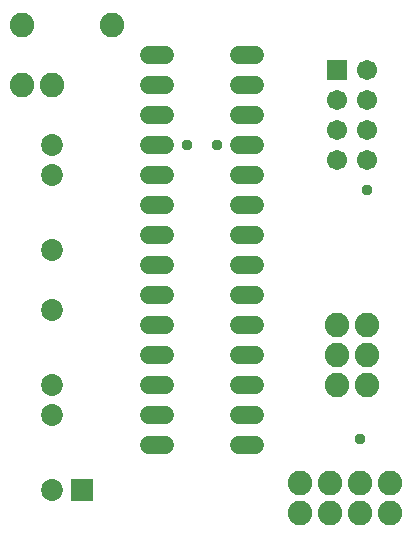
<source format=gbr>
G04 EAGLE Gerber RS-274X export*
G75*
%MOMM*%
%FSLAX34Y34*%
%LPD*%
%INSoldermask Bottom*%
%IPPOS*%
%AMOC8*
5,1,8,0,0,1.08239X$1,22.5*%
G01*
%ADD10C,1.854200*%
%ADD11R,1.854200X1.854200*%
%ADD12C,2.082800*%
%ADD13C,1.524000*%
%ADD14R,1.711200X1.711200*%
%ADD15C,1.711200*%
%ADD16C,0.959600*%


D10*
X393700Y241300D03*
X393700Y266700D03*
X393700Y444500D03*
X393700Y469900D03*
D11*
X418900Y177800D03*
D10*
X393900Y177800D03*
D12*
X368300Y520700D03*
X393700Y520700D03*
D13*
X475996Y546100D02*
X489204Y546100D01*
X489204Y520700D02*
X475996Y520700D01*
X475996Y495300D02*
X489204Y495300D01*
X489204Y469900D02*
X475996Y469900D01*
X475996Y444500D02*
X489204Y444500D01*
X489204Y419100D02*
X475996Y419100D01*
X475996Y393700D02*
X489204Y393700D01*
X489204Y368300D02*
X475996Y368300D01*
X475996Y342900D02*
X489204Y342900D01*
X489204Y317500D02*
X475996Y317500D01*
X475996Y292100D02*
X489204Y292100D01*
X489204Y266700D02*
X475996Y266700D01*
X475996Y241300D02*
X489204Y241300D01*
X489204Y215900D02*
X475996Y215900D01*
X552196Y215900D02*
X565404Y215900D01*
X565404Y241300D02*
X552196Y241300D01*
X552196Y266700D02*
X565404Y266700D01*
X565404Y292100D02*
X552196Y292100D01*
X552196Y317500D02*
X565404Y317500D01*
X565404Y342900D02*
X552196Y342900D01*
X552196Y368300D02*
X565404Y368300D01*
X565404Y393700D02*
X552196Y393700D01*
X552196Y419100D02*
X565404Y419100D01*
X565404Y444500D02*
X552196Y444500D01*
X552196Y469900D02*
X565404Y469900D01*
X565404Y495300D02*
X552196Y495300D01*
X552196Y520700D02*
X565404Y520700D01*
X565404Y546100D02*
X552196Y546100D01*
D12*
X660400Y266700D03*
X635000Y266700D03*
X660400Y292100D03*
X635000Y292100D03*
X660400Y317500D03*
X635000Y317500D03*
D14*
X635000Y533400D03*
D15*
X660400Y457200D03*
X660400Y482600D03*
X660400Y508000D03*
X660400Y533400D03*
X635000Y508000D03*
X635000Y482600D03*
X635000Y457200D03*
D12*
X368300Y571500D03*
X444500Y571500D03*
D10*
X393700Y330200D03*
X393700Y381000D03*
D12*
X603250Y158750D03*
X603250Y184150D03*
X628650Y158750D03*
X628650Y184150D03*
X654050Y158750D03*
X654050Y184150D03*
X679450Y158750D03*
X679450Y184150D03*
D16*
X660400Y431800D03*
X508000Y469900D03*
X533400Y469900D03*
X654050Y220900D03*
M02*

</source>
